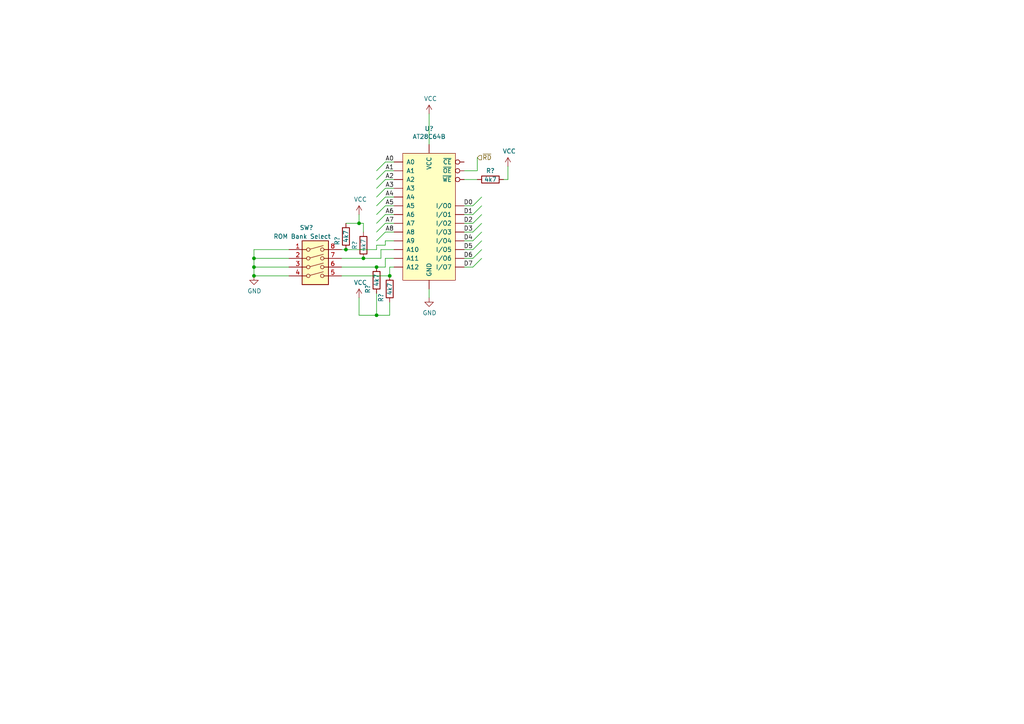
<source format=kicad_sch>
(kicad_sch (version 20211123) (generator eeschema)
  (paper "A4")
  (lib_symbols
    (symbol "Device:R" (pin_numbers hide) (pin_names (offset 0))
      (property "Reference" "R" (at 2.032 0 90))
      (property "Value" "R" (at 0 0 90))
      (symbol "R_0_1"
        (rectangle (start -1.016 -2.54) (end 1.016 2.54) (stroke (width 0.254)))
      )
      (symbol "R_1_1"
        (pin passive line (at 0 3.81 270) (length 1.27) (name "~") (number "1"))
        (pin passive line (at 0 -3.81 90) (length 1.27) (name "~") (number "2"))
      )
    )
    (symbol "Switch:SW_DIP_x04" (pin_names (offset 0) hide)
      (property "Reference" "SW" (at 0 8.89 0))
      (property "Value" "SW_DIP_x04" (at 0 -6.35 0))
      (symbol "SW_DIP_x04_0_0"
        (circle (center -2.032 -2.54) (radius 0.508))
        (circle (center -2.032 0) (radius 0.508))
        (circle (center -2.032 2.54) (radius 0.508))
        (circle (center -2.032 5.08) (radius 0.508))
        (polyline (pts (xy -1.524 -2.3876) (xy 2.3622 -1.3462)))
        (polyline (pts (xy -1.524 0.127) (xy 2.3622 1.1684)))
        (polyline (pts (xy -1.524 2.667) (xy 2.3622 3.7084)))
        (polyline (pts (xy -1.524 5.207) (xy 2.3622 6.2484)))
        (circle (center 2.032 -2.54) (radius 0.508))
        (circle (center 2.032 0) (radius 0.508))
        (circle (center 2.032 2.54) (radius 0.508))
        (circle (center 2.032 5.08) (radius 0.508))
      )
      (symbol "SW_DIP_x04_0_1"
        (rectangle (start -3.81 7.62) (end 3.81 -5.08) (stroke (width 0.254)) (fill (type background)))
      )
      (symbol "SW_DIP_x04_1_1"
        (pin passive line (at -7.62 5.08 0) (length 5.08) (name "~") (number "1"))
        (pin passive line (at -7.62 2.54 0) (length 5.08) (name "~") (number "2"))
        (pin passive line (at -7.62 0 0) (length 5.08) (name "~") (number "3"))
        (pin passive line (at -7.62 -2.54 0) (length 5.08) (name "~") (number "4"))
        (pin passive line (at 7.62 -2.54 180) (length 5.08) (name "~") (number "5"))
        (pin passive line (at 7.62 0 180) (length 5.08) (name "~") (number "6"))
        (pin passive line (at 7.62 2.54 180) (length 5.08) (name "~") (number "7"))
        (pin passive line (at 7.62 5.08 180) (length 5.08) (name "~") (number "8"))
      )
    )
    (symbol "power:GND" (power) (pin_names (offset 0))
      (property "Value" "GND" (at 0 -3.81 0))
      (symbol "GND_0_1"
        (polyline (pts (xy 0 0) (xy 0 -1.27) (xy 1.27 -1.27) (xy 0 -2.54) (xy -1.27 -1.27) (xy 0 -1.27)))
      )
      (symbol "GND_1_1"
        (pin power_in line (at 0 0 270) (length 0) hide (name "GND") (number "1"))
      )
    )
    (symbol "power:VCC" (power) (pin_names (offset 0))
      (property "Value" "VCC" (at 0 3.81 0))
      (symbol "VCC_0_1"
        (polyline (pts (xy -0.762 1.27) (xy 0 2.54)))
        (polyline (pts (xy 0 0) (xy 0 2.54)))
        (polyline (pts (xy 0 2.54) (xy 0.762 1.27)))
      )
      (symbol "VCC_1_1"
        (pin power_in line (at 0 0 90) (length 0) hide (name "VCC") (number "1"))
      )
    )
    (symbol "zara80-cpu-rescue:AT28C64B-vw" (pin_numbers hide) (pin_names (offset 1.016))
      (property "Reference" "U" (at -6.35 20.32 0))
      (property "Value" "AT28C64B-vw" (at 6.35 -19.05 0))
      (symbol "AT28C64B-vw_0_0"
        (pin no_connect line (at 10.16 7.62 180) (length 2.54) hide (name "NC") (number "1"))
        (pin input line (at -10.16 16.51 0) (length 2.54) (name "A0") (number "10"))
        (pin tri_state line (at 10.16 3.81 180) (length 2.54) (name "I/O0") (number "11"))
        (pin tri_state line (at 10.16 1.27 180) (length 2.54) (name "I/O1") (number "12"))
        (pin tri_state line (at 10.16 -1.27 180) (length 2.54) (name "I/O2") (number "13"))
        (pin power_in line (at 0 -20.32 90) (length 2.54) (name "GND") (number "14"))
        (pin tri_state line (at 10.16 -3.81 180) (length 2.54) (name "I/O3") (number "15"))
        (pin tri_state line (at 10.16 -6.35 180) (length 2.54) (name "I/O4") (number "16"))
        (pin tri_state line (at 10.16 -8.89 180) (length 2.54) (name "I/O5") (number "17"))
        (pin tri_state line (at 10.16 -11.43 180) (length 2.54) (name "I/O6") (number "18"))
        (pin tri_state line (at 10.16 -13.97 180) (length 2.54) (name "I/O7") (number "19"))
        (pin input line (at -10.16 -13.97 0) (length 2.54) (name "A12") (number "2"))
        (pin input inverted (at 10.16 16.51 180) (length 2.54) (name "~{CE}") (number "20"))
        (pin input line (at -10.16 -8.89 0) (length 2.54) (name "A10") (number "21"))
        (pin input inverted (at 10.16 13.97 180) (length 2.54) (name "~{OE}") (number "22"))
        (pin input line (at -10.16 -11.43 0) (length 2.54) (name "A11") (number "23"))
        (pin input line (at -10.16 -6.35 0) (length 2.54) (name "A9") (number "24"))
        (pin input line (at -10.16 -3.81 0) (length 2.54) (name "A8") (number "25"))
        (pin input inverted (at 10.16 11.43 180) (length 2.54) (name "~{WE}") (number "27"))
        (pin power_in line (at 0 21.59 270) (length 2.54) (name "VCC") (number "28"))
        (pin input line (at -10.16 -1.27 0) (length 2.54) (name "A7") (number "3"))
        (pin input line (at -10.16 1.27 0) (length 2.54) (name "A6") (number "4"))
        (pin input line (at -10.16 3.81 0) (length 2.54) (name "A5") (number "5"))
        (pin input line (at -10.16 6.35 0) (length 2.54) (name "A4") (number "6"))
        (pin input line (at -10.16 8.89 0) (length 2.54) (name "A3") (number "7"))
        (pin input line (at -10.16 11.43 0) (length 2.54) (name "A2") (number "8"))
        (pin input line (at -10.16 13.97 0) (length 2.54) (name "A1") (number "9"))
      )
      (symbol "AT28C64B-vw_0_1"
        (rectangle (start -7.62 19.05) (end 7.62 -17.78) (fill (type background)))
      )
    )
  )
  (junction (at 105.41 74.93))
  (junction (at 73.66 74.93))
  (junction (at 104.14 64.77))
  (junction (at 73.66 80.01))
  (junction (at 113.03 80.01))
  (junction (at 109.22 91.44))
  (junction (at 109.22 77.47))
  (junction (at 73.66 77.47))
  (junction (at 100.33 72.39))
  (bus_entry (at 139.7 69.85) (size -2.54 2.54))
  (bus_entry (at 111.76 54.61) (size -2.54 2.54))
  (bus_entry (at 111.76 64.77) (size -2.54 2.54))
  (bus_entry (at 111.76 62.23) (size -2.54 2.54))
  (bus_entry (at 139.7 67.31) (size -2.54 2.54))
  (bus_entry (at 139.7 72.39) (size -2.54 2.54))
  (bus_entry (at 139.7 64.77) (size -2.54 2.54))
  (bus_entry (at 139.7 74.93) (size -2.54 2.54))
  (bus_entry (at 111.76 59.69) (size -2.54 2.54))
  (bus_entry (at 139.7 57.15) (size -2.54 2.54))
  (bus_entry (at 139.7 62.23) (size -2.54 2.54))
  (bus_entry (at 139.7 59.69) (size -2.54 2.54))
  (bus_entry (at 111.76 57.15) (size -2.54 2.54))
  (bus_entry (at 111.76 52.07) (size -2.54 2.54))
  (bus_entry (at 111.76 46.99) (size -2.54 2.54))
  (bus_entry (at 111.76 67.31) (size -2.54 2.54))
  (bus_entry (at 111.76 49.53) (size -2.54 2.54))
  (wire (pts (xy 113.03 77.47) (xy 113.03 80.01)))
  (wire (pts (xy 137.16 59.69) (xy 134.62 59.69)))
  (wire (pts (xy 111.76 69.85) (xy 114.3 69.85)))
  (wire (pts (xy 111.76 54.61) (xy 114.3 54.61)))
  (wire (pts (xy 111.76 59.69) (xy 114.3 59.69)))
  (wire (pts (xy 138.43 49.53) (xy 134.62 49.53)))
  (wire (pts (xy 137.16 74.93) (xy 134.62 74.93)))
  (wire (pts (xy 111.76 46.99) (xy 114.3 46.99)))
  (wire (pts (xy 111.76 71.12) (xy 111.76 69.85)))
  (wire (pts (xy 110.49 74.93) (xy 110.49 72.39)))
  (wire (pts (xy 134.62 77.47) (xy 137.16 77.47)))
  (wire (pts (xy 111.76 74.93) (xy 114.3 74.93)))
  (wire (pts (xy 111.76 67.31) (xy 114.3 67.31)))
  (wire (pts (xy 109.22 91.44) (xy 113.03 91.44)))
  (wire (pts (xy 104.14 91.44) (xy 109.22 91.44)))
  (wire (pts (xy 111.76 62.23) (xy 114.3 62.23)))
  (wire (pts (xy 146.05 52.07) (xy 147.32 52.07)))
  (wire (pts (xy 105.41 74.93) (xy 99.06 74.93)))
  (wire (pts (xy 105.41 64.77) (xy 105.41 67.31)))
  (wire (pts (xy 73.66 77.47) (xy 73.66 80.01)))
  (wire (pts (xy 99.06 80.01) (xy 113.03 80.01)))
  (wire (pts (xy 137.16 72.39) (xy 134.62 72.39)))
  (wire (pts (xy 137.16 67.31) (xy 134.62 67.31)))
  (wire (pts (xy 109.22 85.09) (xy 109.22 91.44)))
  (wire (pts (xy 104.14 64.77) (xy 105.41 64.77)))
  (wire (pts (xy 137.16 64.77) (xy 134.62 64.77)))
  (wire (pts (xy 113.03 77.47) (xy 114.3 77.47)))
  (wire (pts (xy 109.22 72.39) (xy 109.22 71.12)))
  (wire (pts (xy 111.76 52.07) (xy 114.3 52.07)))
  (wire (pts (xy 100.33 64.77) (xy 104.14 64.77)))
  (wire (pts (xy 137.16 69.85) (xy 134.62 69.85)))
  (wire (pts (xy 147.32 52.07) (xy 147.32 48.26)))
  (wire (pts (xy 83.82 77.47) (xy 73.66 77.47)))
  (wire (pts (xy 138.43 45.72) (xy 138.43 49.53)))
  (wire (pts (xy 104.14 86.36) (xy 104.14 91.44)))
  (wire (pts (xy 111.76 64.77) (xy 114.3 64.77)))
  (wire (pts (xy 113.03 91.44) (xy 113.03 87.63)))
  (wire (pts (xy 73.66 72.39) (xy 73.66 74.93)))
  (wire (pts (xy 109.22 71.12) (xy 111.76 71.12)))
  (wire (pts (xy 137.16 62.23) (xy 134.62 62.23)))
  (wire (pts (xy 109.22 77.47) (xy 111.76 77.47)))
  (wire (pts (xy 83.82 74.93) (xy 73.66 74.93)))
  (wire (pts (xy 111.76 49.53) (xy 114.3 49.53)))
  (wire (pts (xy 73.66 74.93) (xy 73.66 77.47)))
  (wire (pts (xy 83.82 72.39) (xy 73.66 72.39)))
  (wire (pts (xy 73.66 80.01) (xy 83.82 80.01)))
  (wire (pts (xy 134.62 52.07) (xy 138.43 52.07)))
  (wire (pts (xy 110.49 72.39) (xy 114.3 72.39)))
  (wire (pts (xy 124.46 33.02) (xy 124.46 41.91)))
  (wire (pts (xy 104.14 64.77) (xy 104.14 62.23)))
  (wire (pts (xy 124.46 86.36) (xy 124.46 83.82)))
  (wire (pts (xy 111.76 57.15) (xy 114.3 57.15)))
  (wire (pts (xy 109.22 72.39) (xy 100.33 72.39)))
  (wire (pts (xy 105.41 74.93) (xy 110.49 74.93)))
  (wire (pts (xy 111.76 77.47) (xy 111.76 74.93)))
  (wire (pts (xy 109.22 77.47) (xy 99.06 77.47)))
  (wire (pts (xy 99.06 72.39) (xy 100.33 72.39)))
  (label "D6" (at 137.16 74.93 180))
  (label "A3" (at 111.76 54.61 0))
  (label "D0" (at 137.16 59.69 180))
  (label "D1" (at 137.16 62.23 180))
  (label "A8" (at 111.76 67.31 0))
  (label "A7" (at 111.76 64.77 0))
  (label "A4" (at 111.76 57.15 0))
  (label "A2" (at 111.76 52.07 0))
  (label "D5" (at 137.16 72.39 180))
  (label "D3" (at 137.16 67.31 180))
  (label "A5" (at 111.76 59.69 0))
  (label "D4" (at 137.16 69.85 180))
  (label "A6" (at 111.76 62.23 0))
  (label "A0" (at 111.76 46.99 0))
  (label "D7" (at 137.16 77.47 180))
  (label "A1" (at 111.76 49.53 0))
  (label "D2" (at 137.16 64.77 180))
  (hierarchical_label "~{RD}" (shape input) (at 138.43 45.72 0))
  (symbol (lib_id "power:VCC") (at 104.14 86.36 0) (unit 1)
    (property "Reference" "#PWR?" (effects hide))
    (property "Value" "VCC" (at 104.521 81.9658 0))
  )
  (symbol (lib_id "power:VCC") (at 104.14 62.23 0) (unit 1)
    (property "Reference" "#PWR?" (effects hide))
    (property "Value" "VCC" (at 104.521 57.8358 0))
  )
  (symbol (lib_id "power:GND") (at 73.66 80.01 0) (unit 1)
    (property "Reference" "#PWR?" (effects hide))
    (property "Value" "GND" (at 73.787 84.4042 0))
  )
  (symbol (lib_id "power:GND") (at 124.46 86.36 0) (unit 1)
    (property "Reference" "#PWR?" (effects hide))
    (property "Value" "GND" (at 124.587 90.7542 0))
  )
  (symbol (lib_id "power:VCC") (at 147.32 48.26 0) (unit 1)
    (property "Reference" "#PWR?" (effects hide))
    (property "Value" "VCC" (at 147.701 43.8658 0))
  )
  (symbol (lib_id "Device:R") (at 142.24 52.07 270) (unit 1)
    (property "Reference" "R?" (at 142.24 49.53 90))
    (property "Value" "4k7" (at 142.24 52.07 90))
  )
  (symbol (lib_id "Device:R") (at 113.03 83.82 0) (unit 1)
    (property "Reference" "R?" (at 110.49 86.36 90))
    (property "Value" "4k7" (at 113.03 83.82 90))
  )
  (symbol (lib_id "Device:R") (at 109.22 81.28 0) (unit 1)
    (property "Reference" "R?" (at 106.68 83.82 90))
    (property "Value" "4k7" (at 109.22 81.28 90))
  )
  (symbol (lib_id "Device:R") (at 105.41 71.12 0) (unit 1)
    (property "Reference" "R?" (at 102.87 71.12 90))
    (property "Value" "4k7" (at 105.41 71.12 90))
  )
  (symbol (lib_id "Device:R") (at 100.33 68.58 0) (unit 1)
    (property "Reference" "R?" (at 97.79 69.85 90))
    (property "Value" "4k7" (at 100.33 68.58 90))
  )
  (symbol (lib_id "Switch:SW_DIP_x04") (at 91.44 77.47 0) (unit 1)
    (property "Reference" "SW?" (at 88.9 66.04 0))
    (property "Value" "ROM Bank Select" (at 87.63 68.58 0))
  )
  (symbol (lib_id "zara80-cpu-rescue:AT28C64B-vw") (at 124.46 63.5 0) (unit 1)
    (property "Reference" "U?" (at 124.46 37.3126 0))
    (property "Value" "AT28C64B" (at 124.46 39.624 0))
    (property "Footprint" "Package_DIP:DIP-28_W15.24mm" (effects hide))
    (property "Datasheet" "https://ww1.microchip.com/downloads/en/DeviceDoc/doc0270.pdf" (effects hide))
  )
  (symbol (lib_id "power:VCC") (at 124.46 33.02 0) (unit 1)
    (property "Reference" "#PWR?" (effects hide))
    (property "Value" "VCC" (at 124.841 28.6258 0))
  )
)
</source>
